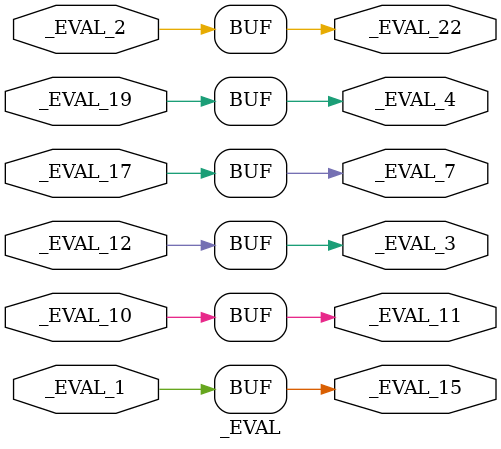
<source format=v>
module _EVAL(
  input   _EVAL_1,
  input   _EVAL_2,
  output  _EVAL_3,
  output  _EVAL_4,
  output  _EVAL_7,
  input   _EVAL_10,
  output  _EVAL_11,
  input   _EVAL_12,
  output  _EVAL_15,
  input   _EVAL_17,
  input   _EVAL_19,
  output  _EVAL_22
);
  assign _EVAL_15 = _EVAL_1;
  assign _EVAL_11 = _EVAL_10;
  assign _EVAL_3 = _EVAL_12;
  assign _EVAL_4 = _EVAL_19;
  assign _EVAL_7 = _EVAL_17;
  assign _EVAL_22 = _EVAL_2;
endmodule

</source>
